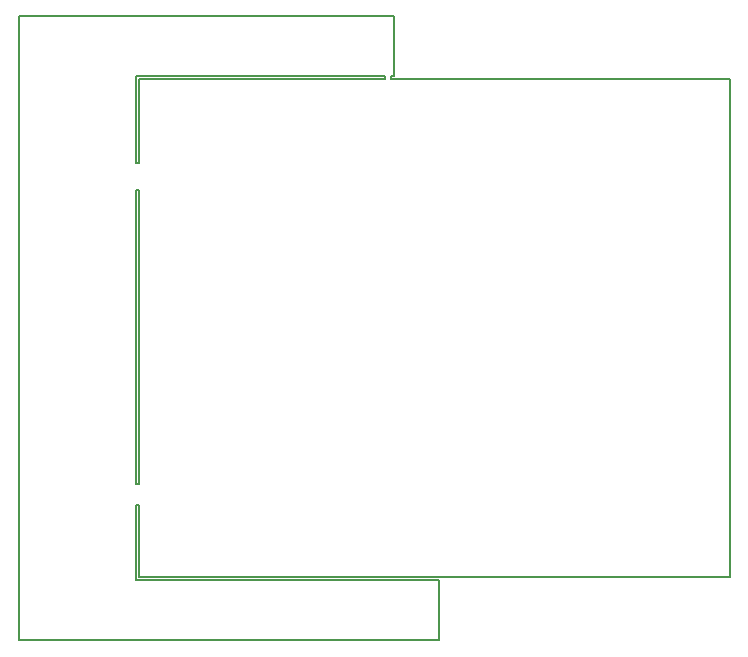
<source format=gbr>
G04 #@! TF.FileFunction,Profile,NP*
%FSLAX46Y46*%
G04 Gerber Fmt 4.6, Leading zero omitted, Abs format (unit mm)*
G04 Created by KiCad (PCBNEW 4.0.5) date 01/31/17 23:14:55*
%MOMM*%
%LPD*%
G01*
G04 APERTURE LIST*
%ADD10C,0.100000*%
%ADD11C,0.150000*%
G04 APERTURE END LIST*
D10*
D11*
X177546000Y-85852000D02*
X206248000Y-85852000D01*
X177546000Y-85598000D02*
X177546000Y-85852000D01*
X177546000Y-85598000D02*
X177800000Y-85598000D01*
X177038000Y-85852000D02*
X177038000Y-85598000D01*
X156210000Y-85852000D02*
X177038000Y-85852000D01*
X177038000Y-85598000D02*
X155956000Y-85598000D01*
X146050000Y-80518000D02*
X146050000Y-133350000D01*
X156210000Y-85852000D02*
X156210000Y-92964000D01*
X177800000Y-85090000D02*
X177800000Y-85598000D01*
X206248000Y-128016000D02*
X206248000Y-87630000D01*
X156210000Y-128016000D02*
X206248000Y-128016000D01*
X156210000Y-121920000D02*
X156210000Y-128016000D01*
X155956000Y-121920000D02*
X156210000Y-121920000D01*
X155956000Y-128270000D02*
X155956000Y-121920000D01*
X181610000Y-128270000D02*
X155956000Y-128270000D01*
X181610000Y-128778000D02*
X181610000Y-128270000D01*
X181610000Y-133350000D02*
X146050000Y-133350000D01*
X181610000Y-133350000D02*
X181610000Y-129032000D01*
X177800000Y-85090000D02*
X177800000Y-80518000D01*
X177800000Y-80518000D02*
X146050000Y-80518000D01*
X206248000Y-87630000D02*
X206248000Y-85852000D01*
X156210000Y-92964000D02*
X155956000Y-92964000D01*
X155956000Y-92964000D02*
X155956000Y-85598000D01*
X156210000Y-120142000D02*
X155956000Y-120142000D01*
X156210000Y-95250000D02*
X156210000Y-120142000D01*
X155956000Y-95250000D02*
X156210000Y-95250000D01*
X155956000Y-120142000D02*
X155956000Y-95250000D01*
X155956000Y-121920000D02*
X156210000Y-121920000D01*
X181610000Y-129032000D02*
X181610000Y-128778000D01*
M02*

</source>
